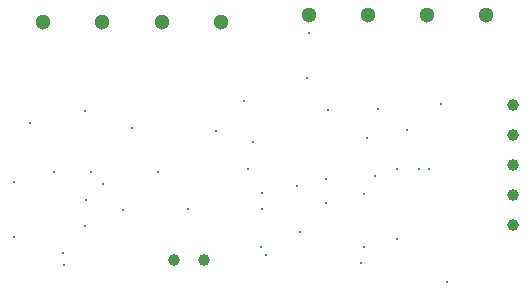
<source format=gbr>
%TF.GenerationSoftware,KiCad,Pcbnew,8.0.3*%
%TF.CreationDate,2024-08-07T15:39:53+03:00*%
%TF.ProjectId,Thermometer Schematic,54686572-6d6f-46d6-9574-657220536368,rev?*%
%TF.SameCoordinates,Original*%
%TF.FileFunction,Plated,1,2,PTH,Drill*%
%TF.FilePolarity,Positive*%
%FSLAX46Y46*%
G04 Gerber Fmt 4.6, Leading zero omitted, Abs format (unit mm)*
G04 Created by KiCad (PCBNEW 8.0.3) date 2024-08-07 15:39:53*
%MOMM*%
%LPD*%
G01*
G04 APERTURE LIST*
%TA.AperFunction,ViaDrill*%
%ADD10C,0.300000*%
%TD*%
%TA.AperFunction,ComponentDrill*%
%ADD11C,1.000000*%
%TD*%
%TA.AperFunction,ComponentDrill*%
%ADD12C,1.300000*%
%TD*%
G04 APERTURE END LIST*
D10*
X80480000Y-97140000D03*
X80480000Y-101780000D03*
X81820000Y-92140000D03*
X83860000Y-96250000D03*
X84570000Y-103150000D03*
X84690000Y-104090000D03*
X86420000Y-100850000D03*
X86450000Y-91070000D03*
X86550000Y-98590000D03*
X86950000Y-96260000D03*
X88000000Y-97310000D03*
X89670000Y-99450000D03*
X90420000Y-92500000D03*
X92610000Y-96260000D03*
X95140000Y-99380000D03*
X97528200Y-92770000D03*
X99954332Y-90244332D03*
X100289400Y-95980000D03*
X100680000Y-93690000D03*
X101320000Y-102630000D03*
X101440000Y-99380000D03*
X101450000Y-98060000D03*
X101738200Y-103280000D03*
X104431200Y-97397200D03*
X104630000Y-101310000D03*
X105220000Y-88300000D03*
X105430000Y-84500000D03*
X106830000Y-96850000D03*
X106840000Y-98900000D03*
X107050000Y-90998400D03*
X109839100Y-103983900D03*
X110060000Y-98080000D03*
X110090000Y-102630000D03*
X110315100Y-93403300D03*
X111009300Y-96588400D03*
X111254100Y-90894300D03*
X112840000Y-96000000D03*
X112840000Y-101930000D03*
X113707000Y-92731400D03*
X114730000Y-96020000D03*
X115540300Y-95979900D03*
X116562200Y-90535100D03*
X117134400Y-105590000D03*
D11*
%TO.C,J5*%
X93980000Y-103718000D03*
%TO.C,J6*%
X96520000Y-103718000D03*
%TO.C,J2*%
X122720000Y-90550000D03*
X122720000Y-93090000D03*
X122720000Y-95630000D03*
X122720000Y-98170000D03*
X122720000Y-100710000D03*
D12*
%TO.C,J3*%
X82934800Y-83515200D03*
X87934800Y-83515200D03*
X92934800Y-83515200D03*
X97934800Y-83515200D03*
%TO.C,J4*%
X105421400Y-82931000D03*
X110421400Y-82931000D03*
X115421400Y-82931000D03*
X120421400Y-82931000D03*
M02*

</source>
